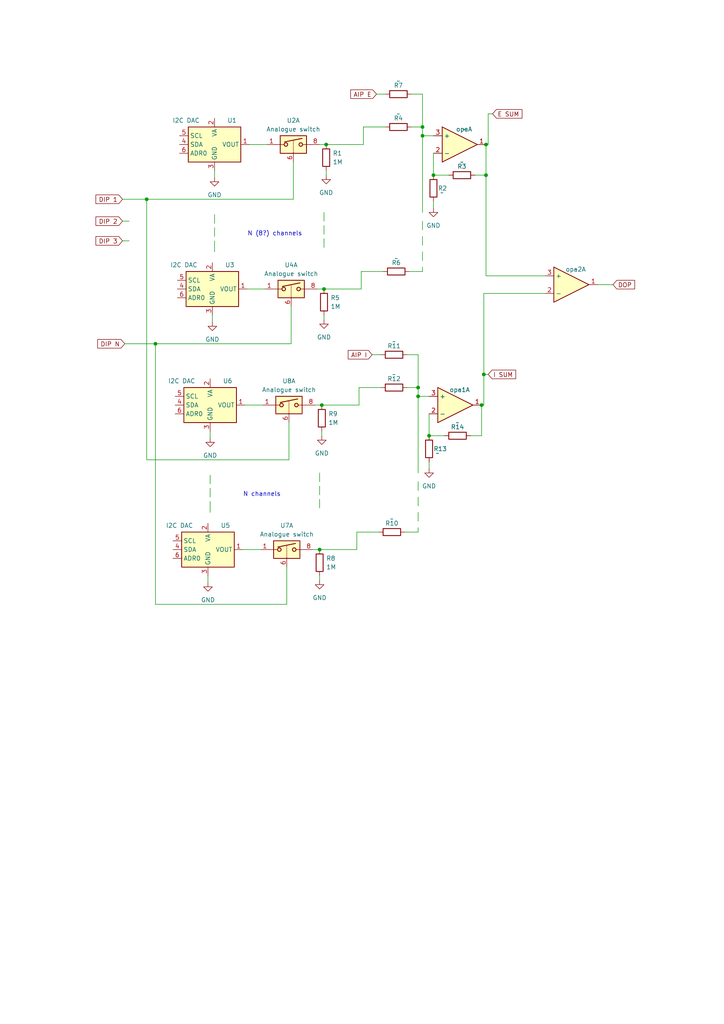
<source format=kicad_sch>
(kicad_sch (version 20230121) (generator eeschema)
  (paper "A4" portrait)
  (lib_symbols
    (symbol "Analog_DAC:DAC081C081CIMK"
      (property "Reference" "U" (at 2.54 8.89 0))
      (property "Value" "DAC081C081CIMK" (at 8.89 6.35 0))
      (symbol "DAC081C081CIMK_0_1"
        (rectangle (start -7.62 -5.08) (end 7.62 5.08) (stroke (width 0.254)) (fill (type background)))
      )
      (symbol "DAC081C081CIMK_1_1"
        (pin output line (at 10.16 0 180) (length 2.54) (name "VOUT") (number "1"))
        (pin power_in line (at 0 7.62 270) (length 2.54) (name "VA") (number "2"))
        (pin power_in line (at 0 -7.62 90) (length 2.54) (name "GND") (number "3"))
        (pin bidirectional line (at -10.16 0 0) (length 2.54) (name "SDA") (number "4"))
        (pin input line (at -10.16 2.54 0) (length 2.54) (name "SCL") (number "5"))
        (pin input line (at -10.16 -2.54 0) (length 2.54) (name "ADR0") (number "6"))
      )
    )
    (symbol "Analog_Switch:ADG417BN" (pin_names (offset 0.254))
      (property "Reference" "U" (at -3.175 5.334 0))
      (property "Value" "ADG417BN" (at -3.175 3.556 0))
      (symbol "ADG417BN_1_1"
        (rectangle (start -3.81 2.54) (end 3.81 -2.54) (stroke (width 0.254)) (fill (type background)))
        (circle (center -2.159 0) (radius 0.508) (stroke (width 0.254)))
        (polyline (pts (xy -5.08 0) (xy -2.794 0)))
        (polyline (pts (xy -2.54 0.762) (xy 2.54 1.778)) (stroke (width 0.254)))
        (polyline (pts (xy 0 -2.54) (xy 0 -2.032)))
        (polyline (pts (xy 0 -1.778) (xy 0 -1.524)))
        (polyline (pts (xy 0 -1.27) (xy 0 -1.016)))
        (polyline (pts (xy 0 -0.762) (xy 0 -0.508)))
        (polyline (pts (xy 0 -0.254) (xy 0 0)))
        (polyline (pts (xy 0 0.254) (xy 0 0.508)))
        (polyline (pts (xy 0 0.762) (xy 0 1.016)))
        (polyline (pts (xy 5.08 0) (xy 2.794 0)))
        (circle (center 2.159 0) (radius 0.508) (stroke (width 0.254)))
        (pin passive line (at -7.62 0 0) (length 2.54) (name "~") (number "1"))
        (pin input line (at 0 -5.08 90) (length 2.54) (name "~") (number "6"))
        (pin passive line (at 7.62 0 180) (length 2.54) (name "~") (number "8"))
      )
      (symbol "ADG417BN_2_0"
        (pin no_connect line (at -2.54 10.16 270) (length 2.54) hide (name "NC") (number "2"))
        (pin power_in line (at 0 -12.7 90) (length 2.54) (name "GND") (number "3"))
        (pin power_in line (at 0 12.7 270) (length 2.54) (name "V+") (number "4"))
        (pin power_in line (at 2.54 12.7 270) (length 2.54) (name "VL") (number "5"))
        (pin power_in line (at 2.54 -12.7 90) (length 2.54) (name "V-") (number "7"))
      )
      (symbol "ADG417BN_2_1"
        (rectangle (start -3.81 10.16) (end 6.35 -10.16) (stroke (width 0.254)) (fill (type background)))
      )
    )
    (symbol "Device:Opamp_Dual"
      (property "Reference" "U" (at 0 5.08 0))
      (property "Value" "Opamp_Dual" (at 0 -5.08 0))
      (symbol "Opamp_Dual_1_1"
        (polyline (pts (xy -5.08 5.08) (xy 5.08 0) (xy -5.08 -5.08) (xy -5.08 5.08)) (stroke (width 0.254)) (fill (type background)))
        (pin output line (at 7.62 0 180) (length 2.54) (name "~") (number "1"))
        (pin input line (at -7.62 -2.54 0) (length 2.54) (name "-") (number "2"))
        (pin input line (at -7.62 2.54 0) (length 2.54) (name "+") (number "3"))
      )
      (symbol "Opamp_Dual_2_1"
        (polyline (pts (xy -5.08 5.08) (xy 5.08 0) (xy -5.08 -5.08) (xy -5.08 5.08)) (stroke (width 0.254)) (fill (type background)))
        (pin input line (at -7.62 2.54 0) (length 2.54) (name "+") (number "5"))
        (pin input line (at -7.62 -2.54 0) (length 2.54) (name "-") (number "6"))
        (pin output line (at 7.62 0 180) (length 2.54) (name "~") (number "7"))
      )
      (symbol "Opamp_Dual_3_1"
        (pin power_in line (at -2.54 -7.62 90) (length 3.81) (name "V-") (number "4"))
        (pin power_in line (at -2.54 7.62 270) (length 3.81) (name "V+") (number "8"))
      )
    )
    (symbol "Device:R" (pin_numbers hide) (pin_names (offset 0))
      (property "Reference" "R" (at 2.032 0 90))
      (property "Value" "R" (at 0 0 90))
      (symbol "R_0_1"
        (rectangle (start -1.016 -2.54) (end 1.016 2.54) (stroke (width 0.254)))
      )
      (symbol "R_1_1"
        (pin passive line (at 0 3.81 270) (length 1.27) (name "~") (number "1"))
        (pin passive line (at 0 -3.81 90) (length 1.27) (name "~") (number "2"))
      )
    )
    (symbol "power:GND" (power) (pin_names (offset 0))
      (property "Value" "GND" (at 0 -3.81 0))
      (symbol "GND_0_1"
        (polyline (pts (xy 0 0) (xy 0 -1.27) (xy 1.27 -1.27) (xy 0 -2.54) (xy -1.27 -1.27) (xy 0 -1.27)))
      )
      (symbol "GND_1_1"
        (pin power_in line (at 0 0 270) (length 0) hide (name "GND") (number "1"))
      )
    )
  )
  (junction (at 140.97 41.91))
  (junction (at 121.285 112.395))
  (junction (at 140.335 108.585))
  (junction (at 93.98 83.82))
  (junction (at 124.46 126.365))
  (junction (at 121.285 114.935))
  (junction (at 122.555 39.37))
  (junction (at 42.545 57.785))
  (junction (at 139.7 117.475))
  (junction (at 122.555 36.83))
  (junction (at 45.085 99.695))
  (junction (at 94.615 41.91))
  (junction (at 125.73 50.8))
  (junction (at 92.71 159.385))
  (junction (at 93.345 117.475))
  (junction (at 140.97 50.8))
  (wire (pts (xy 93.98 83.82) (xy 104.775 83.82)))
  (wire (pts (xy 93.98 65.405) (xy 93.98 67.945)))
  (wire (pts (xy 125.73 39.37) (xy 122.555 39.37)))
  (wire (pts (xy 122.555 39.37) (xy 122.555 36.83)))
  (wire (pts (xy 104.14 117.475) (xy 104.14 112.395)))
  (wire (pts (xy 72.39 41.91) (xy 77.47 41.91)))
  (wire (pts (xy 93.345 125.095) (xy 93.345 126.365)))
  (wire (pts (xy 109.22 27.305) (xy 111.76 27.305)))
  (wire (pts (xy 122.555 64.135) (xy 122.555 66.675)))
  (wire (pts (xy 92.71 41.91) (xy 94.615 41.91)))
  (wire (pts (xy 103.505 159.385) (xy 103.505 154.305)))
  (wire (pts (xy 93.98 91.44) (xy 93.98 92.71)))
  (wire (pts (xy 42.545 133.35) (xy 83.82 133.35)))
  (wire (pts (xy 119.38 27.305) (xy 122.555 27.305)))
  (wire (pts (xy 121.285 144.145) (xy 121.285 146.685)))
  (wire (pts (xy 118.745 78.74) (xy 122.555 78.74)))
  (wire (pts (xy 141.605 33.02) (xy 142.875 33.02)))
  (wire (pts (xy 62.23 49.53) (xy 62.23 51.435)))
  (wire (pts (xy 124.46 126.365) (xy 128.905 126.365)))
  (wire (pts (xy 104.775 78.74) (xy 111.125 78.74)))
  (wire (pts (xy 173.355 82.55) (xy 177.8 82.55)))
  (wire (pts (xy 60.96 137.795) (xy 60.96 140.335)))
  (wire (pts (xy 140.97 50.8) (xy 137.795 50.8)))
  (wire (pts (xy 139.7 126.365) (xy 136.525 126.365)))
  (wire (pts (xy 125.73 58.42) (xy 125.73 60.325)))
  (wire (pts (xy 139.7 117.475) (xy 140.335 117.475)))
  (wire (pts (xy 92.71 137.16) (xy 92.71 139.7)))
  (wire (pts (xy 35.56 69.85) (xy 37.465 69.85)))
  (wire (pts (xy 122.555 77.47) (xy 122.555 78.74)))
  (wire (pts (xy 92.71 140.97) (xy 92.71 143.51)))
  (wire (pts (xy 122.555 73.025) (xy 122.555 75.565)))
  (wire (pts (xy 83.82 122.555) (xy 83.82 133.35)))
  (wire (pts (xy 124.46 114.935) (xy 121.285 114.935)))
  (wire (pts (xy 60.96 125.095) (xy 60.96 127)))
  (wire (pts (xy 140.335 108.585) (xy 141.605 108.585)))
  (wire (pts (xy 140.335 108.585) (xy 140.335 85.09)))
  (wire (pts (xy 92.075 83.82) (xy 93.98 83.82)))
  (wire (pts (xy 122.555 27.305) (xy 122.555 36.83)))
  (wire (pts (xy 121.285 148.59) (xy 121.285 151.13)))
  (wire (pts (xy 124.46 120.015) (xy 124.46 126.365)))
  (wire (pts (xy 122.555 39.37) (xy 122.555 61.595)))
  (wire (pts (xy 140.97 50.8) (xy 140.97 80.01)))
  (wire (pts (xy 104.775 83.82) (xy 104.775 78.74)))
  (wire (pts (xy 118.11 102.87) (xy 121.285 102.87)))
  (wire (pts (xy 105.41 36.83) (xy 111.76 36.83)))
  (wire (pts (xy 139.7 117.475) (xy 139.7 126.365)))
  (wire (pts (xy 93.345 117.475) (xy 104.14 117.475)))
  (wire (pts (xy 124.46 133.985) (xy 124.46 135.89)))
  (wire (pts (xy 61.595 91.44) (xy 61.595 93.345)))
  (wire (pts (xy 62.23 66.04) (xy 62.23 68.58)))
  (wire (pts (xy 91.44 117.475) (xy 93.345 117.475)))
  (wire (pts (xy 42.545 57.785) (xy 85.09 57.785)))
  (wire (pts (xy 35.56 57.785) (xy 42.545 57.785)))
  (wire (pts (xy 121.285 112.395) (xy 118.11 112.395)))
  (wire (pts (xy 71.12 117.475) (xy 76.2 117.475)))
  (wire (pts (xy 121.285 153.035) (xy 121.285 154.305)))
  (wire (pts (xy 62.23 62.23) (xy 62.23 64.77)))
  (wire (pts (xy 71.755 83.82) (xy 76.835 83.82)))
  (wire (pts (xy 45.085 175.26) (xy 83.185 175.26)))
  (wire (pts (xy 125.73 50.8) (xy 130.175 50.8)))
  (wire (pts (xy 92.71 159.385) (xy 103.505 159.385)))
  (wire (pts (xy 140.97 41.91) (xy 141.605 41.91)))
  (wire (pts (xy 122.555 36.83) (xy 119.38 36.83)))
  (wire (pts (xy 35.56 64.135) (xy 37.465 64.135)))
  (wire (pts (xy 93.98 69.215) (xy 93.98 71.755)))
  (wire (pts (xy 70.485 159.385) (xy 75.565 159.385)))
  (wire (pts (xy 121.285 102.87) (xy 121.285 112.395)))
  (wire (pts (xy 122.555 68.58) (xy 122.555 71.12)))
  (wire (pts (xy 117.475 154.305) (xy 121.285 154.305)))
  (wire (pts (xy 105.41 41.91) (xy 105.41 36.83)))
  (wire (pts (xy 90.805 159.385) (xy 92.71 159.385)))
  (wire (pts (xy 60.96 141.605) (xy 60.96 144.145)))
  (wire (pts (xy 140.335 117.475) (xy 140.335 108.585)))
  (wire (pts (xy 45.085 99.695) (xy 84.455 99.695)))
  (wire (pts (xy 83.185 164.465) (xy 83.185 175.26)))
  (wire (pts (xy 107.95 102.87) (xy 110.49 102.87)))
  (wire (pts (xy 36.195 99.695) (xy 45.085 99.695)))
  (wire (pts (xy 121.285 139.7) (xy 121.285 142.24)))
  (wire (pts (xy 94.615 49.53) (xy 94.615 50.8)))
  (wire (pts (xy 140.97 80.01) (xy 158.115 80.01)))
  (wire (pts (xy 140.335 85.09) (xy 158.115 85.09)))
  (wire (pts (xy 121.285 114.935) (xy 121.285 137.16)))
  (wire (pts (xy 45.085 99.695) (xy 45.085 175.26)))
  (wire (pts (xy 85.09 46.99) (xy 85.09 57.785)))
  (wire (pts (xy 62.23 69.85) (xy 62.23 73.025)))
  (wire (pts (xy 125.73 44.45) (xy 125.73 50.8)))
  (wire (pts (xy 60.96 145.415) (xy 60.96 148.59)))
  (wire (pts (xy 140.97 41.91) (xy 140.97 50.8)))
  (wire (pts (xy 141.605 41.91) (xy 141.605 33.02)))
  (wire (pts (xy 92.71 167.005) (xy 92.71 168.275)))
  (wire (pts (xy 92.71 144.78) (xy 92.71 147.32)))
  (wire (pts (xy 94.615 41.91) (xy 105.41 41.91)))
  (wire (pts (xy 104.14 112.395) (xy 110.49 112.395)))
  (wire (pts (xy 84.455 88.9) (xy 84.455 99.695)))
  (wire (pts (xy 103.505 154.305) (xy 109.855 154.305)))
  (wire (pts (xy 42.545 57.785) (xy 42.545 133.35)))
  (wire (pts (xy 60.325 167.005) (xy 60.325 168.91)))
  (wire (pts (xy 93.98 61.595) (xy 93.98 64.135)))
  (wire (pts (xy 121.285 114.935) (xy 121.285 112.395)))
  (text "N channels" (at 70.485 144.145 0) (effects (font (size 1.27 1.27)) (justify left bottom)))
  (text "N (8?) channels" (at 71.755 68.58 0) (effects (font (size 1.27 1.27)) (justify left bottom)))
  (global_label "DIP 1" (shape input) (at 35.56 57.785 180) (property "Intersheetrefs" "${INTERSHEET_REFS}" (effects hide)))
  (global_label "AIP E" (shape input) (at 109.22 27.305 180) (property "Intersheetrefs" "${INTERSHEET_REFS}" (effects hide)))
  (global_label "I SUM" (shape input) (at 141.605 108.585 0) (property "Intersheetrefs" "${INTERSHEET_REFS}" (effects hide)))
  (global_label "DIP 2" (shape input) (at 35.56 64.135 180) (property "Intersheetrefs" "${INTERSHEET_REFS}" (effects hide)))
  (global_label "AIP I" (shape input) (at 107.95 102.87 180) (property "Intersheetrefs" "${INTERSHEET_REFS}" (effects hide)))
  (global_label "DIP N" (shape input) (at 36.195 99.695 180) (property "Intersheetrefs" "${INTERSHEET_REFS}" (effects hide)))
  (global_label "E SUM" (shape input) (at 142.875 33.02 0) (property "Intersheetrefs" "${INTERSHEET_REFS}" (effects hide)))
  (global_label "DOP" (shape input) (at 177.8 82.55 0) (property "Intersheetrefs" "${INTERSHEET_REFS}" (effects hide)))
  (global_label "DIP 3" (shape input) (at 35.56 69.85 180) (property "Intersheetrefs" "${INTERSHEET_REFS}" (effects hide)))
  (symbol (lib_id "power:GND") (at 124.46 135.89 0) (unit 1)
    (property "Reference" "#PWR010" (effects hide))
    (property "Value" "GND" (at 124.46 140.97 0))
  )
  (symbol (lib_id "Device:R") (at 113.665 154.305 90) (unit 1)
    (property "Reference" "R10" (at 113.665 151.765 90))
    (property "Value" "~" (at 113.665 150.495 90))
  )
  (symbol (lib_id "power:GND") (at 94.615 50.8 0) (unit 1)
    (property "Reference" "#PWR01" (effects hide))
    (property "Value" "GND" (at 94.615 55.88 0))
  )
  (symbol (lib_id "power:GND") (at 62.23 51.435 0) (unit 1)
    (property "Reference" "#PWR02" (effects hide))
    (property "Value" "GND" (at 62.23 56.515 0))
  )
  (symbol (lib_id "power:GND") (at 60.96 127 0) (unit 1)
    (property "Reference" "#PWR07" (effects hide))
    (property "Value" "GND" (at 60.96 132.08 0))
  )
  (symbol (lib_id "Device:R") (at 132.715 126.365 90) (unit 1)
    (property "Reference" "R14" (at 132.715 123.825 90))
    (property "Value" "~" (at 132.715 122.555 90))
  )
  (symbol (lib_id "Device:R") (at 115.57 36.83 90) (unit 1)
    (property "Reference" "R4" (at 115.57 34.29 90))
    (property "Value" "~" (at 115.57 33.02 90))
  )
  (symbol (lib_id "Analog_Switch:ADG417BN") (at 84.455 83.82 0) (unit 1)
    (property "Reference" "U4" (at 84.455 76.835 0))
    (property "Value" "Analogue switch" (at 84.455 79.375 0))
    (property "Footprint" "Package_DIP:DIP-8_W7.62mm" (effects hide))
    (property "Datasheet" "https://www.analog.com/media/en/technical-documentation/data-sheets/ADG417.pdf" (effects hide))
  )
  (symbol (lib_id "Analog_DAC:DAC081C081CIMK") (at 61.595 83.82 0) (unit 1)
    (property "Reference" "U3" (at 66.675 76.835 0))
    (property "Value" "I2C DAC" (at 53.34 76.835 0))
    (property "Footprint" "Package_TO_SOT_SMD:SOT-23-6" (effects hide))
    (property "Datasheet" "http://www.ti.com/lit/ds/symlink/dac081c081.pdf" (effects hide))
  )
  (symbol (lib_id "power:GND") (at 93.98 92.71 0) (unit 1)
    (property "Reference" "#PWR05" (effects hide))
    (property "Value" "GND" (at 93.98 97.79 0))
  )
  (symbol (lib_id "Analog_Switch:ADG417BN") (at 85.09 41.91 0) (unit 1)
    (property "Reference" "U2" (at 85.09 34.925 0))
    (property "Value" "Analogue switch" (at 85.09 37.465 0))
    (property "Footprint" "Package_DIP:DIP-8_W7.62mm" (effects hide))
    (property "Datasheet" "https://www.analog.com/media/en/technical-documentation/data-sheets/ADG417.pdf" (effects hide))
  )
  (symbol (lib_id "Analog_DAC:DAC081C081CIMK") (at 62.23 41.91 0) (unit 1)
    (property "Reference" "U1" (at 67.31 34.925 0))
    (property "Value" "I2C DAC" (at 53.975 34.925 0))
    (property "Footprint" "Package_TO_SOT_SMD:SOT-23-6" (effects hide))
    (property "Datasheet" "http://www.ti.com/lit/ds/symlink/dac081c081.pdf" (effects hide))
  )
  (symbol (lib_id "Device:Opamp_Dual") (at 165.735 82.55 0) (unit 1)
    (property "Reference" "opa2" (at 167.005 78.105 0))
    (property "Value" "~" (at 167.005 78.105 0))
    (property "Sim.Library" "${KICAD7_SYMBOL_DIR}/Simulation_SPICE.sp" (effects hide))
    (property "Sim.Name" "kicad_builtin_opamp_dual" (effects hide))
    (property "Sim.Device" "SUBCKT" (effects hide))
    (property "Sim.Pins" "1=out1 2=in1- 3=in1+ 4=vee 5=in2+ 6=in2- 7=out2 8=vcc" (effects hide))
  )
  (symbol (lib_id "Device:R") (at 114.935 78.74 90) (unit 1)
    (property "Reference" "R6" (at 114.935 76.2 90))
    (property "Value" "~" (at 114.935 74.93 90))
  )
  (symbol (lib_id "power:GND") (at 92.71 168.275 0) (unit 1)
    (property "Reference" "#PWR08" (effects hide))
    (property "Value" "GND" (at 92.71 173.355 0))
  )
  (symbol (lib_id "power:GND") (at 60.325 168.91 0) (unit 1)
    (property "Reference" "#PWR06" (effects hide))
    (property "Value" "GND" (at 60.325 173.99 0))
  )
  (symbol (lib_id "Analog_DAC:DAC081C081CIMK") (at 60.325 159.385 0) (unit 1)
    (property "Reference" "U5" (at 65.405 152.4 0))
    (property "Value" "I2C DAC" (at 52.07 152.4 0))
    (property "Footprint" "Package_TO_SOT_SMD:SOT-23-6" (effects hide))
    (property "Datasheet" "http://www.ti.com/lit/ds/symlink/dac081c081.pdf" (effects hide))
  )
  (symbol (lib_id "Device:R") (at 93.98 87.63 0) (unit 1)
    (property "Reference" "R5" (at 95.885 86.36 0) (effects (justify left)))
    (property "Value" "1M" (at 95.885 88.9 0) (effects (justify left)))
  )
  (symbol (lib_id "Device:R") (at 114.3 102.87 90) (unit 1)
    (property "Reference" "R11" (at 114.3 100.33 90))
    (property "Value" "~" (at 114.3 99.06 90))
  )
  (symbol (lib_id "Device:Opamp_Dual") (at 132.08 117.475 0) (unit 1)
    (property "Reference" "opa1" (at 133.35 113.03 0))
    (property "Value" "~" (at 133.35 113.03 0))
    (property "Sim.Library" "${KICAD7_SYMBOL_DIR}/Simulation_SPICE.sp" (effects hide))
    (property "Sim.Name" "kicad_builtin_opamp_dual" (effects hide))
    (property "Sim.Device" "SUBCKT" (effects hide))
    (property "Sim.Pins" "1=out1 2=in1- 3=in1+ 4=vee 5=in2+ 6=in2- 7=out2 8=vcc" (effects hide))
  )
  (symbol (lib_id "Analog_Switch:ADG417BN") (at 83.82 117.475 0) (unit 1)
    (property "Reference" "U8" (at 83.82 110.49 0))
    (property "Value" "Analogue switch" (at 83.82 113.03 0))
    (property "Footprint" "Package_DIP:DIP-8_W7.62mm" (effects hide))
    (property "Datasheet" "https://www.analog.com/media/en/technical-documentation/data-sheets/ADG417.pdf" (effects hide))
  )
  (symbol (lib_id "Device:R") (at 124.46 130.175 0) (unit 1)
    (property "Reference" "R13" (at 125.73 130.175 0) (effects (justify left)))
    (property "Value" "~" (at 126.365 131.445 0) (effects (justify left)))
  )
  (symbol (lib_id "Device:R") (at 133.985 50.8 90) (unit 1)
    (property "Reference" "R3" (at 133.985 48.26 90))
    (property "Value" "~" (at 133.985 46.99 90))
  )
  (symbol (lib_id "Device:R") (at 92.71 163.195 0) (unit 1)
    (property "Reference" "R8" (at 94.615 161.925 0) (effects (justify left)))
    (property "Value" "1M" (at 94.615 164.465 0) (effects (justify left)))
  )
  (symbol (lib_id "power:GND") (at 125.73 60.325 0) (unit 1)
    (property "Reference" "#PWR03" (effects hide))
    (property "Value" "GND" (at 125.73 65.405 0))
  )
  (symbol (lib_id "Device:R") (at 93.345 121.285 0) (unit 1)
    (property "Reference" "R9" (at 95.25 120.015 0) (effects (justify left)))
    (property "Value" "1M" (at 95.25 122.555 0) (effects (justify left)))
  )
  (symbol (lib_id "Device:R") (at 115.57 27.305 90) (unit 1)
    (property "Reference" "R7" (at 115.57 24.765 90))
    (property "Value" "~" (at 115.57 23.495 90))
  )
  (symbol (lib_id "Device:R") (at 114.3 112.395 90) (unit 1)
    (property "Reference" "R12" (at 114.3 109.855 90))
    (property "Value" "~" (at 114.3 108.585 90))
  )
  (symbol (lib_id "Device:R") (at 125.73 54.61 0) (unit 1)
    (property "Reference" "R2" (at 127 54.61 0) (effects (justify left)))
    (property "Value" "~" (at 127.635 55.88 0) (effects (justify left)))
  )
  (symbol (lib_id "Device:R") (at 94.615 45.72 0) (unit 1)
    (property "Reference" "R1" (at 96.52 44.45 0) (effects (justify left)))
    (property "Value" "1M" (at 96.52 46.99 0) (effects (justify left)))
  )
  (symbol (lib_id "Device:Opamp_Dual") (at 133.35 41.91 0) (unit 1)
    (property "Reference" "opa" (at 134.62 37.465 0))
    (property "Value" "~" (at 134.62 37.465 0))
    (property "Sim.Library" "${KICAD7_SYMBOL_DIR}/Simulation_SPICE.sp" (effects hide))
    (property "Sim.Name" "kicad_builtin_opamp_dual" (effects hide))
    (property "Sim.Device" "SUBCKT" (effects hide))
    (property "Sim.Pins" "1=out1 2=in1- 3=in1+ 4=vee 5=in2+ 6=in2- 7=out2 8=vcc" (effects hide))
  )
  (symbol (lib_id "power:GND") (at 61.595 93.345 0) (unit 1)
    (property "Reference" "#PWR04" (effects hide))
    (property "Value" "GND" (at 61.595 98.425 0))
  )
  (symbol (lib_id "Analog_DAC:DAC081C081CIMK") (at 60.96 117.475 0) (unit 1)
    (property "Reference" "U6" (at 66.04 110.49 0))
    (property "Value" "I2C DAC" (at 52.705 110.49 0))
    (property "Footprint" "Package_TO_SOT_SMD:SOT-23-6" (effects hide))
    (property "Datasheet" "http://www.ti.com/lit/ds/symlink/dac081c081.pdf" (effects hide))
  )
  (symbol (lib_id "power:GND") (at 93.345 126.365 0) (unit 1)
    (property "Reference" "#PWR09" (effects hide))
    (property "Value" "GND" (at 93.345 131.445 0))
  )
  (symbol (lib_id "Analog_Switch:ADG417BN") (at 83.185 159.385 0) (unit 1)
    (property "Reference" "U7" (at 83.185 152.4 0))
    (property "Value" "Analogue switch" (at 83.185 154.94 0))
    (property "Footprint" "Package_DIP:DIP-8_W7.62mm" (effects hide))
    (property "Datasheet" "https://www.analog.com/media/en/technical-documentation/data-sheets/ADG417.pdf" (effects hide))
  )
)
</source>
